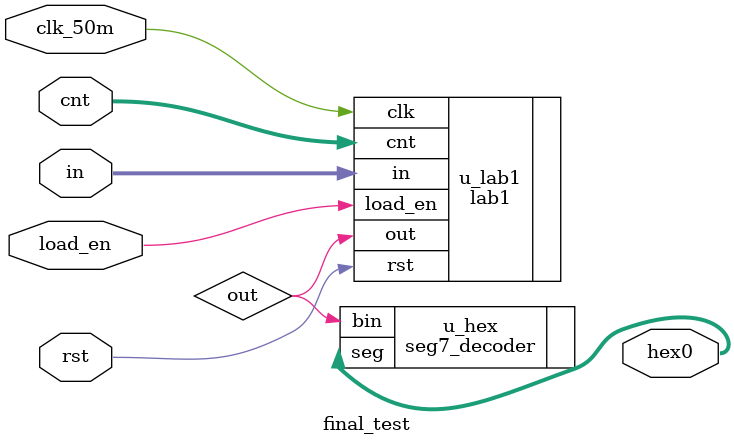
<source format=v>
module final_test (clk_50m, rst, load_en, in, cnt, hex0);
    input        clk_50m;
    input        rst;
    input        load_en;
    input  [3:0] in;
    input  [1:0] cnt;
    output [6:0] hex0;

    // FSM
    lab1 u_lab1 (
        .in      (in),
        .cnt     (cnt),
        .load_en (load_en),
        .clk     (clk_50m),
        .rst     (rst),
        .out     (out)
    );

    // 7-seg
    seg7_decoder u_hex (
        .bin (out),
        .seg (hex0)
    );
endmodule
</source>
